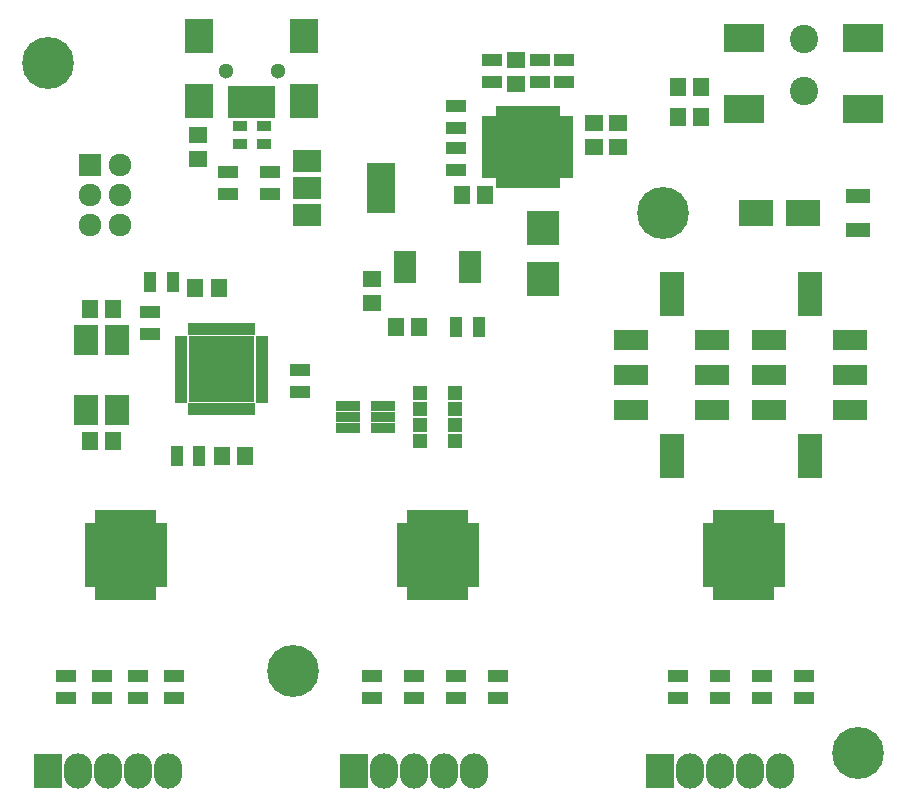
<source format=gbr>
G04 #@! TF.FileFunction,Soldermask,Top*
%FSLAX46Y46*%
G04 Gerber Fmt 4.6, Leading zero omitted, Abs format (unit mm)*
G04 Created by KiCad (PCBNEW 4.0.5) date 10/24/17 15:29:36*
%MOMM*%
%LPD*%
G01*
G04 APERTURE LIST*
%ADD10C,0.100000*%
%ADD11C,4.400000*%
%ADD12R,2.700000X2.900000*%
%ADD13R,1.900000X2.800000*%
%ADD14R,0.900000X2.700000*%
%ADD15R,2.400000X2.900000*%
%ADD16C,1.300000*%
%ADD17R,1.650000X1.400000*%
%ADD18R,1.400000X1.650000*%
%ADD19R,1.924000X1.924000*%
%ADD20C,1.924000*%
%ADD21C,2.400000*%
%ADD22R,3.400000X2.400000*%
%ADD23R,2.400000X3.000000*%
%ADD24O,2.400000X3.000000*%
%ADD25R,1.700000X1.100000*%
%ADD26R,1.100000X1.700000*%
%ADD27R,1.300000X1.300000*%
%ADD28R,1.300000X0.900000*%
%ADD29R,0.650000X1.100000*%
%ADD30R,1.100000X0.650000*%
%ADD31R,1.687500X1.687500*%
%ADD32R,2.400000X4.200000*%
%ADD33R,2.400000X1.900000*%
%ADD34R,0.700000X2.000000*%
%ADD35R,7.000000X5.400000*%
%ADD36R,2.000000X0.900000*%
%ADD37R,2.940000X1.670000*%
%ADD38R,2.050000X3.830000*%
%ADD39R,2.100000X2.500000*%
%ADD40R,2.900000X2.200000*%
%ADD41R,2.100000X1.300000*%
%ADD42R,2.000000X0.700000*%
%ADD43R,5.400000X7.000000*%
G04 APERTURE END LIST*
D10*
D11*
X209550000Y-58420000D03*
X178257200Y-97155000D03*
X226060000Y-104140000D03*
D12*
X199390000Y-59690000D03*
X199390000Y-63990000D03*
D13*
X193250000Y-62992000D03*
X187750000Y-62992000D03*
D14*
X176352000Y-49028000D03*
X175552000Y-49028000D03*
X174752000Y-49028000D03*
X173952000Y-49028000D03*
X173152000Y-49028000D03*
D15*
X179202000Y-48928000D03*
X179202000Y-43428000D03*
X170302000Y-48928000D03*
X170302000Y-43428000D03*
D16*
X176952000Y-46428000D03*
X172552000Y-46428000D03*
D17*
X197104000Y-47466000D03*
X197104000Y-45466000D03*
D18*
X163052000Y-77724000D03*
X161052000Y-77724000D03*
X161052000Y-66548000D03*
X163052000Y-66548000D03*
X169958000Y-64770000D03*
X171958000Y-64770000D03*
X212836000Y-50292000D03*
X210836000Y-50292000D03*
D17*
X203708000Y-52816000D03*
X203708000Y-50816000D03*
D18*
X192548000Y-56896000D03*
X194548000Y-56896000D03*
X212836000Y-47752000D03*
X210836000Y-47752000D03*
D17*
X205740000Y-52816000D03*
X205740000Y-50816000D03*
D18*
X172212000Y-78994000D03*
X174212000Y-78994000D03*
D19*
X161036000Y-54356000D03*
D20*
X161036000Y-56896000D03*
X161036000Y-59436000D03*
X163576000Y-59436000D03*
X163576000Y-56896000D03*
X163576000Y-54356000D03*
D21*
X221488000Y-43708000D03*
X221488000Y-48108000D03*
D22*
X226488000Y-43608000D03*
X226488000Y-49608000D03*
X216488000Y-49608000D03*
X216488000Y-43608000D03*
D17*
X170180000Y-51832000D03*
X170180000Y-53832000D03*
D23*
X157480000Y-105664000D03*
D24*
X160020000Y-105664000D03*
X162560000Y-105664000D03*
X165100000Y-105664000D03*
X167640000Y-105664000D03*
D23*
X183388000Y-105664000D03*
D24*
X185928000Y-105664000D03*
X188468000Y-105664000D03*
X191008000Y-105664000D03*
X193548000Y-105664000D03*
D23*
X209296000Y-105664000D03*
D24*
X211836000Y-105664000D03*
X214376000Y-105664000D03*
X216916000Y-105664000D03*
X219456000Y-105664000D03*
D25*
X195072000Y-45466000D03*
X195072000Y-47366000D03*
X172720000Y-54930000D03*
X172720000Y-56830000D03*
X176276000Y-54930000D03*
X176276000Y-56830000D03*
D26*
X168082000Y-64262000D03*
X166182000Y-64262000D03*
D25*
X192024000Y-51242000D03*
X192024000Y-49342000D03*
X192024000Y-54798000D03*
X192024000Y-52898000D03*
X201168000Y-47366000D03*
X201168000Y-45466000D03*
X199136000Y-45466000D03*
X199136000Y-47366000D03*
D26*
X168402000Y-78994000D03*
X170302000Y-78994000D03*
D25*
X166116000Y-68702000D03*
X166116000Y-66802000D03*
X159004000Y-97602000D03*
X159004000Y-99502000D03*
X162052000Y-97602000D03*
X162052000Y-99502000D03*
X165100000Y-97602000D03*
X165100000Y-99502000D03*
X168148000Y-97602000D03*
X168148000Y-99502000D03*
X184912000Y-97602000D03*
X184912000Y-99502000D03*
X188468000Y-97602000D03*
X188468000Y-99502000D03*
X192024000Y-97602000D03*
X192024000Y-99502000D03*
X195580000Y-97602000D03*
X195580000Y-99502000D03*
X210820000Y-97602000D03*
X210820000Y-99502000D03*
X214376000Y-97602000D03*
X214376000Y-99502000D03*
X217932000Y-97602000D03*
X217932000Y-99502000D03*
X221488000Y-97602000D03*
X221488000Y-99502000D03*
X178816000Y-73594000D03*
X178816000Y-71694000D03*
D27*
X189000000Y-73692000D03*
X189000000Y-77692000D03*
X189000000Y-75032000D03*
X189000000Y-76352000D03*
X192000000Y-75032000D03*
X192000000Y-73692000D03*
X192000000Y-77692000D03*
X192000000Y-76352000D03*
D28*
X175768000Y-51066000D03*
X175768000Y-52566000D03*
D29*
X174712000Y-68228000D03*
X174212000Y-68228000D03*
X173712000Y-68228000D03*
X173212000Y-68228000D03*
X172712000Y-68228000D03*
X172212000Y-68228000D03*
X171712000Y-68228000D03*
X171212000Y-68228000D03*
X170712000Y-68228000D03*
X170212000Y-68228000D03*
X169712000Y-68228000D03*
D30*
X168812000Y-69128000D03*
X168812000Y-69628000D03*
X168812000Y-70128000D03*
X168812000Y-70628000D03*
X168812000Y-71128000D03*
X168812000Y-71628000D03*
X168812000Y-72128000D03*
X168812000Y-72628000D03*
X168812000Y-73128000D03*
X168812000Y-73628000D03*
X168812000Y-74128000D03*
D29*
X169712000Y-75028000D03*
X170212000Y-75028000D03*
X170712000Y-75028000D03*
X171212000Y-75028000D03*
X171712000Y-75028000D03*
X172212000Y-75028000D03*
X172712000Y-75028000D03*
X173212000Y-75028000D03*
X173712000Y-75028000D03*
X174212000Y-75028000D03*
X174712000Y-75028000D03*
D30*
X175612000Y-74128000D03*
X175612000Y-73628000D03*
X175612000Y-73128000D03*
X175612000Y-72628000D03*
X175612000Y-72128000D03*
X175612000Y-71628000D03*
X175612000Y-71128000D03*
X175612000Y-70628000D03*
X175612000Y-70128000D03*
X175612000Y-69628000D03*
X175612000Y-69128000D03*
D31*
X170280750Y-73559250D03*
X171568250Y-73559250D03*
X172855750Y-73559250D03*
X174143250Y-73559250D03*
X170280750Y-72271750D03*
X171568250Y-72271750D03*
X172855750Y-72271750D03*
X174143250Y-72271750D03*
X170280750Y-70984250D03*
X171568250Y-70984250D03*
X172855750Y-70984250D03*
X174143250Y-70984250D03*
X170280750Y-69696750D03*
X171568250Y-69696750D03*
X172855750Y-69696750D03*
X174143250Y-69696750D03*
D32*
X185724800Y-56286400D03*
D33*
X179424800Y-56286400D03*
X179424800Y-58586400D03*
X179424800Y-53986400D03*
D34*
X161809000Y-84576000D03*
X161809000Y-90176000D03*
X162459000Y-84576000D03*
X162459000Y-90176000D03*
X163109000Y-84576000D03*
X163109000Y-90176000D03*
X163759000Y-84576000D03*
X163759000Y-90176000D03*
X164409000Y-84576000D03*
X164409000Y-90176000D03*
X165059000Y-84576000D03*
X165059000Y-90176000D03*
X165709000Y-84576000D03*
X165709000Y-90176000D03*
X166359000Y-84576000D03*
X166359000Y-90176000D03*
D35*
X164084000Y-87376000D03*
D34*
X188225000Y-84576000D03*
X188225000Y-90176000D03*
X188875000Y-84576000D03*
X188875000Y-90176000D03*
X189525000Y-84576000D03*
X189525000Y-90176000D03*
X190175000Y-84576000D03*
X190175000Y-90176000D03*
X190825000Y-84576000D03*
X190825000Y-90176000D03*
X191475000Y-84576000D03*
X191475000Y-90176000D03*
X192125000Y-84576000D03*
X192125000Y-90176000D03*
X192775000Y-84576000D03*
X192775000Y-90176000D03*
D35*
X190500000Y-87376000D03*
D34*
X214133000Y-84576000D03*
X214133000Y-90176000D03*
X214783000Y-84576000D03*
X214783000Y-90176000D03*
X215433000Y-84576000D03*
X215433000Y-90176000D03*
X216083000Y-84576000D03*
X216083000Y-90176000D03*
X216733000Y-84576000D03*
X216733000Y-90176000D03*
X217383000Y-84576000D03*
X217383000Y-90176000D03*
X218033000Y-84576000D03*
X218033000Y-90176000D03*
X218683000Y-84576000D03*
X218683000Y-90176000D03*
D35*
X216408000Y-87376000D03*
D36*
X185879000Y-76592000D03*
X185879000Y-75692000D03*
X185879000Y-74792000D03*
X182929000Y-74792000D03*
X182929000Y-75692000D03*
X182929000Y-76592000D03*
D37*
X225426000Y-69136000D03*
X225426000Y-72136000D03*
X225426000Y-75136000D03*
X218566000Y-75136000D03*
X218566000Y-72136000D03*
X218566000Y-69136000D03*
D38*
X221996000Y-79021000D03*
X221996000Y-65251000D03*
D37*
X206882000Y-75136000D03*
X206882000Y-72136000D03*
X206882000Y-69136000D03*
X213742000Y-69136000D03*
X213742000Y-72136000D03*
X213742000Y-75136000D03*
D38*
X210312000Y-65251000D03*
X210312000Y-79021000D03*
D39*
X163402000Y-75086000D03*
X163402000Y-69186000D03*
X160702000Y-69186000D03*
X160702000Y-75086000D03*
D18*
X188960000Y-68072000D03*
X186960000Y-68072000D03*
D17*
X184912000Y-64024000D03*
X184912000Y-66024000D03*
D26*
X193990000Y-68072000D03*
X192090000Y-68072000D03*
D40*
X217456000Y-58420000D03*
X221456000Y-58420000D03*
D41*
X226060000Y-59870000D03*
X226060000Y-56970000D03*
D42*
X200920000Y-50557000D03*
X195320000Y-50557000D03*
X200920000Y-51207000D03*
X195320000Y-51207000D03*
X200920000Y-51857000D03*
X195320000Y-51857000D03*
X200920000Y-52507000D03*
X195320000Y-52507000D03*
X200920000Y-53157000D03*
X195320000Y-53157000D03*
X200920000Y-53807000D03*
X195320000Y-53807000D03*
X200920000Y-54457000D03*
X195320000Y-54457000D03*
X200920000Y-55107000D03*
X195320000Y-55107000D03*
D43*
X198120000Y-52832000D03*
D28*
X173736000Y-51066000D03*
X173736000Y-52566000D03*
D11*
X157480000Y-45720000D03*
M02*

</source>
